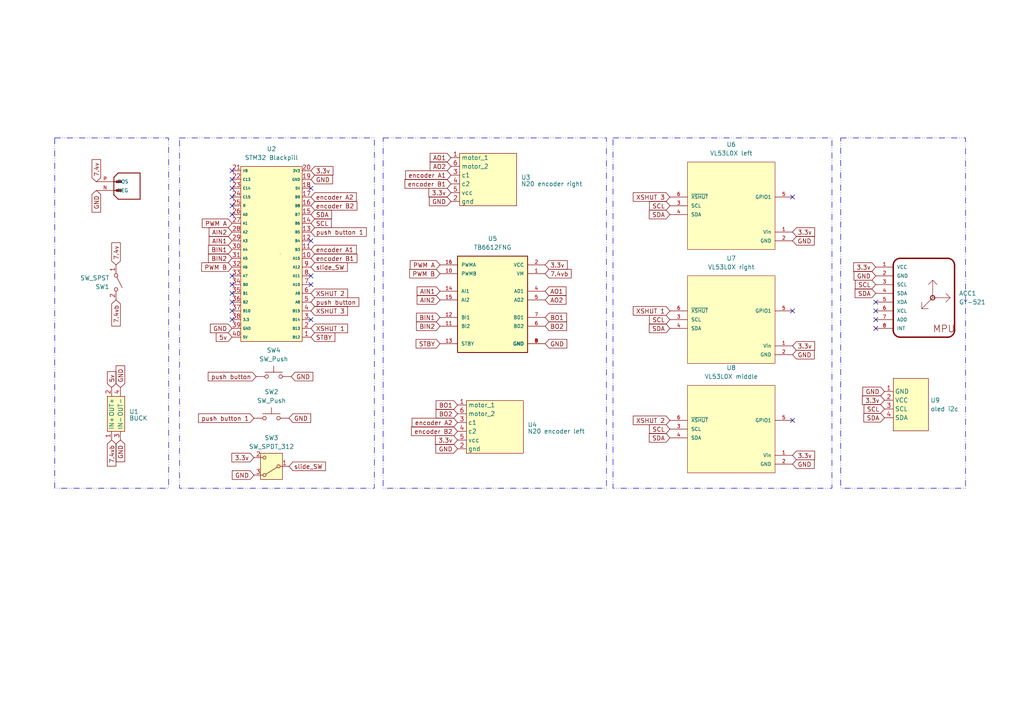
<source format=kicad_sch>
(kicad_sch (version 20231120) (generator "eeschema") (generator_version "8.0")
  (paper "A4")
  (lib_symbols
    (symbol "GY521:GY-521" (pin_names (offset 1.016))
      (property "Reference" "ACC" (at -9.652 11.938 0))
      (property "Value" "GY-521" (at 4.572 -11.938 0))
      (symbol "GY-521_0_0"
        (arc (start -11.43 -9.43) (mid -10.8442 -10.8442) (end -9.43 -11.43) (stroke (width 0.4064)))
        (arc (start -9.43 11.43) (mid -10.8442 10.8442) (end -11.43 9.43) (stroke (width 0.4064)))
        (polyline (pts (xy -11.43 -9.43) (xy -11.43 9.43)) (stroke (width 0.4064)))
        (polyline (pts (xy -9.43 11.43) (xy 4.35 11.43)) (stroke (width 0.4064)))
        (polyline (pts (xy -3.175 -3.175) (xy -3.175 -1.27)) (stroke (width 0.127)))
        (polyline (pts (xy -3.175 -3.175) (xy -1.27 -3.175)) (stroke (width 0.127)))
        (polyline (pts (xy 0 0) (xy -3.175 -3.175)) (stroke (width 0.127)))
        (polyline (pts (xy 0 0) (xy 0 5.08)) (stroke (width 0.127)))
        (polyline (pts (xy 0 0) (xy 5.08 0)) (stroke (width 0.127)))
        (polyline (pts (xy 0 5.08) (xy -1.27 3.81)) (stroke (width 0.127)))
        (polyline (pts (xy 1.27 3.81) (xy 0 5.08)) (stroke (width 0.127)))
        (polyline (pts (xy 3.81 1.27) (xy 5.08 0)) (stroke (width 0.127)))
        (polyline (pts (xy 4.35 -11.43) (xy -9.43 -11.43)) (stroke (width 0.4064)))
        (polyline (pts (xy 5.08 0) (xy 3.81 -1.27)) (stroke (width 0.127)))
        (polyline (pts (xy 6.35 9.43) (xy 6.35 -9.43)) (stroke (width 0.4064)))
        (circle (center 0 0) (radius 0.635) (stroke (width 0.254)))
        (arc (start 4.35 -11.43) (mid 5.7642 -10.8442) (end 6.35 -9.43) (stroke (width 0.4064)))
        (arc (start 6.35 9.43) (mid 5.7642 10.8442) (end 4.35 11.43) (stroke (width 0.4064)))
        (text "MPU" (at 0 -10.16 0) (effects (font (size 2 2)) (justify left bottom)))
      )
      (symbol "GY-521_1_0"
        (pin bidirectional line (at -16.51 8.89 0) (length 5.08) (name "VCC") (number "1"))
        (pin bidirectional line (at -16.51 6.35 0) (length 5.08) (name "GND") (number "2"))
        (pin bidirectional line (at -16.51 3.81 0) (length 5.08) (name "SCL") (number "3"))
        (pin bidirectional line (at -16.51 1.27 0) (length 5.08) (name "SDA") (number "4"))
        (pin bidirectional line (at -16.51 -1.27 0) (length 5.08) (name "XDA") (number "5"))
        (pin bidirectional line (at -16.51 -3.81 0) (length 5.08) (name "XCL") (number "6"))
        (pin bidirectional line (at -16.51 -6.35 0) (length 5.08) (name "AD0") (number "7"))
        (pin bidirectional line (at -16.51 -8.89 0) (length 5.08) (name "INT") (number "8"))
      )
    )
    (symbol "STM32 blackpill:STM32F411CEU6_"
      (property "Reference" "U" (at -3.81 26.924 0))
      (property "Value" "STM32 Blackpill" (at -3.556 23.876 0))
      (symbol "STM32F411CEU6__0_1"
        (rectangle (start -1.27 -3.81) (end -1.27 -3.81))
      )
      (symbol "STM32F411CEU6__1_1"
        (rectangle (start -12.7 21.59) (end 5.08 -29.21) (fill (type background)))
        (pin bidirectional line (at 7.62 -27.94 180) (length 2.54) (name "B12") (number "1"))
        (pin bidirectional line (at 7.62 -5.08 180) (length 2.54) (name "A15") (number "10"))
        (pin bidirectional line (at 7.62 -2.54 180) (length 2.54) (name "B3") (number "11"))
        (pin bidirectional line (at 7.62 0 180) (length 2.54) (name "B4") (number "12"))
        (pin bidirectional line (at 7.62 2.54 180) (length 2.54) (name "B5") (number "13"))
        (pin bidirectional line (at 7.62 5.08 180) (length 2.54) (name "B6") (number "14"))
        (pin bidirectional line (at 7.62 7.62 180) (length 2.54) (name "B7") (number "15"))
        (pin bidirectional line (at 7.62 10.16 180) (length 2.54) (name "B8") (number "16"))
        (pin bidirectional line (at 7.62 12.7 180) (length 2.54) (name "B9") (number "17"))
        (pin bidirectional line (at 7.62 15.24 180) (length 2.54) (name "5V") (number "18"))
        (pin bidirectional line (at 7.62 17.78 180) (length 2.54) (name "GND") (number "19"))
        (pin bidirectional line (at 7.62 -25.4 180) (length 2.54) (name "B13") (number "2"))
        (pin bidirectional line (at 7.62 20.32 180) (length 2.54) (name "3V3") (number "20"))
        (pin bidirectional line (at -15.24 20.32 0) (length 2.54) (name "VB") (number "21"))
        (pin bidirectional line (at -15.24 17.78 0) (length 2.54) (name "C13") (number "22"))
        (pin bidirectional line (at -15.24 15.24 0) (length 2.54) (name "C14") (number "23"))
        (pin bidirectional line (at -15.24 12.7 0) (length 2.54) (name "C15") (number "24"))
        (pin bidirectional line (at -15.24 10.16 0) (length 2.54) (name "R") (number "25"))
        (pin bidirectional line (at -15.24 7.62 0) (length 2.54) (name "A0") (number "26"))
        (pin bidirectional line (at -15.24 5.08 0) (length 2.54) (name "A1") (number "27"))
        (pin bidirectional line (at -15.24 2.54 0) (length 2.54) (name "A2") (number "28"))
        (pin bidirectional line (at -15.24 0 0) (length 2.54) (name "A3") (number "29"))
        (pin bidirectional line (at 7.62 -22.86 180) (length 2.54) (name "B14") (number "3"))
        (pin bidirectional line (at -15.24 -2.54 0) (length 2.54) (name "A4") (number "30"))
        (pin bidirectional line (at -15.24 -5.08 0) (length 2.54) (name "A5") (number "31"))
        (pin bidirectional line (at -15.24 -7.62 0) (length 2.54) (name "A6") (number "32"))
        (pin bidirectional line (at -15.24 -10.16 0) (length 2.54) (name "A7") (number "33"))
        (pin bidirectional line (at -15.24 -12.7 0) (length 2.54) (name "B0") (number "34"))
        (pin bidirectional line (at -15.24 -15.24 0) (length 2.54) (name "B1") (number "35"))
        (pin bidirectional line (at -15.24 -17.78 0) (length 2.54) (name "B2") (number "36"))
        (pin bidirectional line (at -15.24 -20.32 0) (length 2.54) (name "B10") (number "37"))
        (pin bidirectional line (at -15.24 -22.86 0) (length 2.54) (name "3.3") (number "38"))
        (pin bidirectional line (at -15.24 -25.4 0) (length 2.54) (name "GND") (number "39"))
        (pin bidirectional line (at 7.62 -20.32 180) (length 2.54) (name "B15") (number "4"))
        (pin bidirectional line (at -15.24 -27.94 0) (length 2.54) (name "5V") (number "40"))
        (pin bidirectional line (at 7.62 -17.78 180) (length 2.54) (name "A8") (number "5"))
        (pin bidirectional line (at 7.62 -15.24 180) (length 2.54) (name "A9") (number "6"))
        (pin bidirectional line (at 7.62 -12.7 180) (length 2.54) (name "A10") (number "7"))
        (pin bidirectional line (at 7.62 -10.16 180) (length 2.54) (name "A11") (number "8"))
        (pin bidirectional line (at 7.62 -7.62 180) (length 2.54) (name "A12") (number "9"))
      )
    )
    (symbol "Screen_oled:Oled"
      (property "Reference" "U" (at 0 7.112 0))
      (property "Value" "oled i2c" (at 10.414 -6.604 0))
      (symbol "Oled_1_1"
        (rectangle (start -7.62 5.08) (end 7.62 -5.08) (fill (type background)))
        (pin bidirectional line (at -3.81 -7.62 90) (length 2.54) (name "GND") (number "1"))
        (pin bidirectional line (at -1.27 -7.62 90) (length 2.54) (name "VCC") (number "2"))
        (pin bidirectional line (at 1.27 -7.62 90) (length 2.54) (name "SCL") (number "3"))
        (pin bidirectional line (at 3.81 -7.62 90) (length 2.54) (name "SDA") (number "4"))
      )
    )
    (symbol "Switch:SW_Push" (pin_numbers hide) (pin_names (offset 1.016) hide)
      (property "Reference" "SW" (at 1.27 2.54 0))
      (property "Value" "SW_Push" (at 0 -1.524 0))
      (symbol "SW_Push_0_1"
        (circle (center -2.032 0) (radius 0.508))
        (polyline (pts (xy 0 1.27) (xy 0 3.048)))
        (polyline (pts (xy 2.54 1.27) (xy -2.54 1.27)))
        (circle (center 2.032 0) (radius 0.508))
        (pin passive line (at -5.08 0 0) (length 2.54) (name "1") (number "1"))
        (pin passive line (at 5.08 0 180) (length 2.54) (name "2") (number "2"))
      )
    )
    (symbol "Switch:SW_SPDT_312" (pin_names (offset 1) hide)
      (property "Reference" "SW" (at 0 5.08 0))
      (property "Value" "SW_SPDT_312" (at 0 -5.08 0))
      (symbol "SW_SPDT_312_0_1"
        (circle (center -2.032 0) (radius 0.4572))
        (polyline (pts (xy -1.651 0.254) (xy 1.651 2.286)))
        (circle (center 2.032 -2.54) (radius 0.4572))
        (circle (center 2.032 2.54) (radius 0.4572))
      )
      (symbol "SW_SPDT_312_1_1"
        (rectangle (start -3.175 3.81) (end 3.175 -3.81) (fill (type background)))
        (pin passive line (at -5.08 0 0) (length 2.54) (name "B") (number "1"))
        (pin passive line (at 5.08 -2.54 180) (length 2.54) (name "C") (number "2"))
        (pin passive line (at 5.08 2.54 180) (length 2.54) (name "A") (number "3"))
      )
    )
    (symbol "Switch:SW_SPST" (pin_names (offset 0) hide)
      (property "Reference" "SW1" (at 1.2701 -1.905 90))
      (property "Value" "SW_SPST" (at -1.2699 -1.905 90))
      (symbol "SW_SPST_0_0"
        (circle (center -2.032 0) (radius 0.508))
        (polyline (pts (xy -1.524 0.254) (xy 1.524 1.778)))
        (circle (center 2.032 0) (radius 0.508))
      )
      (symbol "SW_SPST_1_1"
        (pin passive line (at -5.08 0 0) (length 2.54) (name "A") (number "1"))
        (pin passive line (at 5.08 0 180) (length 2.54) (name "B") (number "2"))
      )
    )
    (symbol "TB66:TB6612FNG" (pin_names (offset 1.016))
      (property "Reference" "U" (at -10.16 16.002 0))
      (property "Value" "TB6612FNG" (at -5.588 -16.002 0))
      (symbol "TB6612FNG_0_0"
        (rectangle (start -10.16 -12.7) (end 10.16 15.24) (stroke (width 0.254)) (fill (type background)))
        (pin input line (at -15.24 10.16 0) (length 5.08) (name "PWMB") (number "10"))
        (pin input line (at -15.24 -5.08 0) (length 5.08) (name "BI2") (number "11"))
        (pin input line (at -15.24 -2.54 0) (length 5.08) (name "BI1") (number "12"))
        (pin input line (at -15.24 -10.16 0) (length 5.08) (name "STBY") (number "13"))
        (pin input line (at -15.24 5.08 0) (length 5.08) (name "AI1") (number "14"))
        (pin input line (at -15.24 2.54 0) (length 5.08) (name "AI2") (number "15"))
        (pin input line (at -15.24 12.7 0) (length 5.08) (name "PWMA") (number "16"))
        (pin output line (at 15.24 5.08 180) (length 5.08) (name "A01") (number "4"))
        (pin output line (at 15.24 2.54 180) (length 5.08) (name "A02") (number "5"))
        (pin output line (at 15.24 -5.08 180) (length 5.08) (name "B02") (number "6"))
        (pin output line (at 15.24 -2.54 180) (length 5.08) (name "B01") (number "7"))
      )
      (symbol "TB6612FNG_1_0"
        (pin bidirectional line (at 15.24 10.16 180) (length 5.08) (name "VM") (number "1"))
        (pin bidirectional line (at 15.24 12.7 180) (length 5.08) (name "VCC") (number "2"))
        (pin bidirectional line (at 15.24 -10.16 180) (length 5.08) (name "GND") (number "3"))
        (pin bidirectional line (at 15.24 -10.16 180) (length 5.08) (name "GND") (number "8"))
        (pin bidirectional line (at 15.24 -10.16 180) (length 5.08) (name "GND") (number "9"))
      )
    )
    (symbol "VL53L0X:VL53L0X" (pin_names (offset 1.016))
      (property "Reference" "U" (at -12.7244 13.2334 0))
      (property "Value" "VL53L0X" (at -8.9105 7.5954 0))
      (symbol "VL53L0X_0_0"
        (rectangle (start -8.89 35.56) (end 16.51 10.16) (stroke (width 0.127)) (fill (type background)))
      )
      (symbol "VL53L0X_1_0"
        (pin bidirectional line (at 21.59 15.24 180) (length 5.08) (name "Vin") (number "1"))
        (pin bidirectional line (at 21.59 12.7 180) (length 5.08) (name "GND") (number "2"))
        (pin input line (at -13.97 22.86 0) (length 5.08) (name "SCL") (number "3"))
        (pin bidirectional line (at -13.97 20.32 0) (length 5.08) (name "SDA") (number "4"))
        (pin output line (at 21.59 25.4 180) (length 5.08) (name "GPIO1") (number "5"))
        (pin input line (at -13.97 25.4 0) (length 5.08) (name "~{XSHUT}") (number "6"))
      )
    )
    (symbol "XT60-M:XT60-M" (pin_names (offset 1.016))
      (property "Reference" "J" (at 0 6.35 0))
      (property "Value" "XT60-M" (at 0 -5.08 0))
      (symbol "XT60-M_0_0"
        (polyline (pts (xy 0 -1.27) (xy 1.27 -2.54)) (stroke (width 0.254)))
        (polyline (pts (xy 0 0) (xy 1.905 0)) (stroke (width 0.254)))
        (polyline (pts (xy 0 2.54) (xy 0 -1.27)) (stroke (width 0.254)))
        (polyline (pts (xy 0 2.54) (xy 1.905 2.54)) (stroke (width 0.254)))
        (polyline (pts (xy 0 3.81) (xy 0 2.54)) (stroke (width 0.254)))
        (polyline (pts (xy 0 3.81) (xy 1.27 5.08)) (stroke (width 0.254)))
        (polyline (pts (xy 1.27 -2.54) (xy 7.62 -2.54)) (stroke (width 0.254)))
        (polyline (pts (xy 7.62 -2.54) (xy 7.62 5.08)) (stroke (width 0.254)))
        (polyline (pts (xy 7.62 5.08) (xy 1.27 5.08)) (stroke (width 0.254)))
        (rectangle (start 0.635 -0.3175) (end 2.2225 0.3175) (stroke (width 0.1)) (fill (type outline)))
        (rectangle (start 0.635 2.2225) (end 2.2225 2.8575) (stroke (width 0.1)) (fill (type outline)))
        (pin passive line (at -5.08 0 0) (length 5.08) (name "NEG") (number "N"))
        (pin passive line (at -5.08 2.54 0) (length 5.08) (name "POS") (number "P"))
      )
    )
    (symbol "buck:buck"
      (property "Reference" "U" (at 2.54 2.032 0))
      (symbol "buck_0_1"
        (rectangle (start -2.54 1.27) (end -2.54 1.27))
      )
      (symbol "buck_1_1"
        (rectangle (start -2.54 1.27) (end 7.62 -3.81) (fill (type background)))
        (pin bidirectional line (at -5.08 0 0) (length 2.54) (name "IN+") (number "1"))
        (pin bidirectional line (at 10.16 0 180) (length 2.54) (name "OUT+") (number "2"))
        (pin bidirectional line (at -5.08 -2.54 0) (length 2.54) (name "IN-") (number "3"))
        (pin bidirectional line (at 10.16 -2.54 180) (length 2.54) (name "OUT-") (number "4"))
      )
    )
    (symbol "encoder motor:encoder_motor"
      (property "Reference" "U" (at 10.414 8.382 0))
      (symbol "encoder_motor_1_1"
        (rectangle (start -5.08 5.08) (end 11.43 -10.16) (fill (type background)))
        (pin bidirectional line (at -7.62 3.81 0) (length 2.54) (name "motor_1") (number "1"))
        (pin bidirectional line (at -7.62 -8.89 0) (length 2.54) (name "gnd") (number "2"))
        (pin bidirectional line (at -7.62 -1.27 0) (length 2.54) (name "c1") (number "3"))
        (pin bidirectional line (at -7.62 -3.81 0) (length 2.54) (name "c2") (number "4"))
        (pin bidirectional line (at -7.62 -6.35 0) (length 2.54) (name "vcc") (number "5"))
        (pin bidirectional line (at -7.62 1.27 0) (length 2.54) (name "motor_2") (number "6"))
      )
    )
  )
  (no_connect (at 67.31 90.17))
  (no_connect (at 90.17 92.71))
  (no_connect (at 67.31 85.09))
  (no_connect (at 67.31 49.53))
  (no_connect (at 67.31 54.61))
  (no_connect (at 229.87 90.17))
  (no_connect (at 90.17 82.55))
  (no_connect (at 67.31 57.15))
  (no_connect (at 67.31 82.55))
  (no_connect (at 67.31 87.63))
  (no_connect (at 90.17 69.85))
  (no_connect (at 254 87.63))
  (no_connect (at 67.31 80.01))
  (no_connect (at 67.31 52.07))
  (no_connect (at 254 95.25))
  (no_connect (at 229.87 121.92))
  (no_connect (at 229.87 57.15))
  (no_connect (at 67.31 92.71))
  (no_connect (at 67.31 59.69))
  (no_connect (at 254 92.71))
  (no_connect (at 90.17 54.61))
  (no_connect (at 67.31 62.23))
  (no_connect (at 90.17 80.01))
  (no_connect (at 254 90.17))
  (rectangle (start 243.84 40.005) (end 280.035 141.605) (stroke (width 0) (type dash_dot_dot)))
  (rectangle (start 52.07 40.005) (end 108.585 141.605) (stroke (width 0) (type dash_dot_dot)))
  (rectangle (start 177.8 40.005) (end 241.3 141.605) (stroke (width 0) (type dash_dot_dot)))
  (rectangle (start 111.125 40.005) (end 175.895 141.605) (stroke (width 0) (type dash_dot_dot)))
  (rectangle (start 15.875 40.005) (end 48.895 141.605) (stroke (width 0) (type dash_dot_dot)))
  (global_label "PWM A" (shape input) (at 67.31 64.77 180) (property "Intersheetrefs" "${INTERSHEET_REFS}" (effects (hide yes))))
  (global_label "encoder B1" (shape input) (at 130.81 53.34 180) (property "Intersheetrefs" "${INTERSHEET_REFS}" (effects (hide yes))))
  (global_label "push button" (shape input) (at 74.295 109.22 180) (property "Intersheetrefs" "${INTERSHEET_REFS}" (effects (hide yes))))
  (global_label "GND" (shape input) (at 67.31 95.25 180) (property "Intersheetrefs" "${INTERSHEET_REFS}" (effects (hide yes))))
  (global_label "GND" (shape input) (at 254 80.01 180) (property "Intersheetrefs" "${INTERSHEET_REFS}" (effects (hide yes))))
  (global_label "GND" (shape input) (at 34.925 112.395 90) (property "Intersheetrefs" "${INTERSHEET_REFS}" (effects (hide yes))))
  (global_label "3.3v" (shape input) (at 130.81 55.88 180) (property "Intersheetrefs" "${INTERSHEET_REFS}" (effects (hide yes))))
  (global_label "7.4vb" (shape input) (at 33.655 86.995 270) (property "Intersheetrefs" "${INTERSHEET_REFS}" (effects (hide yes))))
  (global_label "PWM B" (shape input) (at 67.31 77.47 180) (property "Intersheetrefs" "${INTERSHEET_REFS}" (effects (hide yes))))
  (global_label "XSHUT 3" (shape input) (at 194.31 57.15 180) (property "Intersheetrefs" "${INTERSHEET_REFS}" (effects (hide yes))))
  (global_label "SCL" (shape input) (at 194.31 59.69 180) (property "Intersheetrefs" "${INTERSHEET_REFS}" (effects (hide yes))))
  (global_label "GND" (shape input) (at 132.715 130.175 180) (property "Intersheetrefs" "${INTERSHEET_REFS}" (effects (hide yes))))
  (global_label "encoder B2" (shape input) (at 132.715 125.095 180) (property "Intersheetrefs" "${INTERSHEET_REFS}" (effects (hide yes))))
  (global_label "SDA" (shape input) (at 194.31 62.23 180) (property "Intersheetrefs" "${INTERSHEET_REFS}" (effects (hide yes))))
  (global_label "7.4vb" (shape input) (at 158.115 79.375 0) (property "Intersheetrefs" "${INTERSHEET_REFS}" (effects (hide yes))))
  (global_label "encoder A2" (shape input) (at 90.17 57.15 0) (property "Intersheetrefs" "${INTERSHEET_REFS}" (effects (hide yes))))
  (global_label "AIN1" (shape input) (at 127.635 84.455 180) (property "Intersheetrefs" "${INTERSHEET_REFS}" (effects (hide yes))))
  (global_label "3.3v" (shape input) (at 158.115 76.835 0) (property "Intersheetrefs" "${INTERSHEET_REFS}" (effects (hide yes))))
  (global_label "XSHUT 1" (shape input) (at 90.17 95.25 0) (property "Intersheetrefs" "${INTERSHEET_REFS}" (effects (hide yes))))
  (global_label "XSHUT 3" (shape input) (at 90.17 90.17 0) (property "Intersheetrefs" "${INTERSHEET_REFS}" (effects (hide yes))))
  (global_label "3.3v" (shape input) (at 132.715 127.635 180) (property "Intersheetrefs" "${INTERSHEET_REFS}" (effects (hide yes))))
  (global_label "BO2" (shape input) (at 158.115 94.615 0) (property "Intersheetrefs" "${INTERSHEET_REFS}" (effects (hide yes))))
  (global_label "3.3v" (shape input) (at 90.17 49.53 0) (property "Intersheetrefs" "${INTERSHEET_REFS}" (effects (hide yes))))
  (global_label "push button 1" (shape input) (at 73.66 121.285 180) (property "Intersheetrefs" "${INTERSHEET_REFS}" (effects (hide yes))))
  (global_label "AIN2" (shape input) (at 127.635 86.995 180) (property "Intersheetrefs" "${INTERSHEET_REFS}" (effects (hide yes))))
  (global_label "encoder A1" (shape input) (at 90.17 72.39 0) (property "Intersheetrefs" "${INTERSHEET_REFS}" (effects (hide yes))))
  (global_label "BIN2" (shape input) (at 127.635 94.615 180) (property "Intersheetrefs" "${INTERSHEET_REFS}" (effects (hide yes))))
  (global_label "AO1" (shape input) (at 130.81 45.72 180) (property "Intersheetrefs" "${INTERSHEET_REFS}" (effects (hide yes))))
  (global_label "3.3v" (shape input) (at 229.87 67.31 0) (property "Intersheetrefs" "${INTERSHEET_REFS}" (effects (hide yes))))
  (global_label "BIN2" (shape input) (at 67.31 74.93 180) (property "Intersheetrefs" "${INTERSHEET_REFS}" (effects (hide yes))))
  (global_label "encoder A1" (shape input) (at 130.81 50.8 180) (property "Intersheetrefs" "${INTERSHEET_REFS}" (effects (hide yes))))
  (global_label "encoder B2" (shape input) (at 90.17 59.69 0) (property "Intersheetrefs" "${INTERSHEET_REFS}" (effects (hide yes))))
  (global_label "encoder B1" (shape input) (at 90.17 74.93 0) (property "Intersheetrefs" "${INTERSHEET_REFS}" (effects (hide yes))))
  (global_label "SDA" (shape input) (at 194.31 127 180) (property "Intersheetrefs" "${INTERSHEET_REFS}" (effects (hide yes))))
  (global_label "BIN1" (shape input) (at 67.31 72.39 180) (property "Intersheetrefs" "${INTERSHEET_REFS}" (effects (hide yes))))
  (global_label "AO1" (shape input) (at 158.115 84.455 0) (property "Intersheetrefs" "${INTERSHEET_REFS}" (effects (hide yes))))
  (global_label "3.3v" (shape input) (at 73.66 132.715 180) (property "Intersheetrefs" "${INTERSHEET_REFS}" (effects (hide yes))))
  (global_label "5v" (shape input) (at 32.385 112.395 90) (property "Intersheetrefs" "${INTERSHEET_REFS}" (effects (hide yes))))
  (global_label "PWM B" (shape input) (at 127.635 79.375 180) (property "Intersheetrefs" "${INTERSHEET_REFS}" (effects (hide yes))))
  (global_label "BO1" (shape input) (at 158.115 92.075 0) (property "Intersheetrefs" "${INTERSHEET_REFS}" (effects (hide yes))))
  (global_label "7.4v" (shape input) (at 33.655 76.835 90) (property "Intersheetrefs" "${INTERSHEET_REFS}" (effects (hide yes))))
  (global_label "GND" (shape input) (at 90.17 52.07 0) (property "Intersheetrefs" "${INTERSHEET_REFS}" (effects (hide yes))))
  (global_label "GND" (shape input) (at 27.94 55.245 270) (property "Intersheetrefs" "${INTERSHEET_REFS}" (effects (hide yes))))
  (global_label "SCL" (shape input) (at 194.31 92.71 180) (property "Intersheetrefs" "${INTERSHEET_REFS}" (effects (hide yes))))
  (global_label "3.3v" (shape input) (at 254 77.47 180) (property "Intersheetrefs" "${INTERSHEET_REFS}" (effects (hide yes))))
  (global_label "5v" (shape input) (at 67.31 97.79 180) (property "Intersheetrefs" "${INTERSHEET_REFS}" (effects (hide yes))))
  (global_label "GND" (shape input) (at 83.82 121.285 0) (property "Intersheetrefs" "${INTERSHEET_REFS}" (effects (hide yes))))
  (global_label "BIN1" (shape input) (at 127.635 92.075 180) (property "Intersheetrefs" "${INTERSHEET_REFS}" (effects (hide yes))))
  (global_label "STBY" (shape input) (at 90.17 97.79 0) (property "Intersheetrefs" "${INTERSHEET_REFS}" (effects (hide yes))))
  (global_label "AO2" (shape input) (at 158.115 86.995 0) (property "Intersheetrefs" "${INTERSHEET_REFS}" (effects (hide yes))))
  (global_label "AIN2" (shape input) (at 67.31 67.31 180) (property "Intersheetrefs" "${INTERSHEET_REFS}" (effects (hide yes))))
  (global_label "SDA" (shape input) (at 90.17 62.23 0) (property "Intersheetrefs" "${INTERSHEET_REFS}" (effects (hide yes))))
  (global_label "XSHUT 1" (shape input) (at 194.31 90.17 180) (property "Intersheetrefs" "${INTERSHEET_REFS}" (effects (hide yes))))
  (global_label "AO2" (shape input) (at 130.81 48.26 180) (property "Intersheetrefs" "${INTERSHEET_REFS}" (effects (hide yes))))
  (global_label "push button" (shape input) (at 90.17 87.63 0) (property "Intersheetrefs" "${INTERSHEET_REFS}" (effects (hide yes))))
  (global_label "SDA" (shape input) (at 256.54 121.158 180) (property "Intersheetrefs" "${INTERSHEET_REFS}" (effects (hide yes))))
  (global_label "GND" (shape input) (at 84.455 109.22 0) (property "Intersheetrefs" "${INTERSHEET_REFS}" (effects (hide yes))))
  (global_label "GND" (shape input) (at 229.87 134.62 0) (property "Intersheetrefs" "${INTERSHEET_REFS}" (effects (hide yes))))
  (global_label "STBY" (shape input) (at 127.635 99.695 180) (property "Intersheetrefs" "${INTERSHEET_REFS}" (effects (hide yes))))
  (global_label "XSHUT 2" (shape input) (at 194.31 121.92 180) (property "Intersheetrefs" "${INTERSHEET_REFS}" (effects (hide yes))))
  (global_label "AIN1" (shape input) (at 67.31 69.85 180) (property "Intersheetrefs" "${INTERSHEET_REFS}" (effects (hide yes))))
  (global_label "7.4vb" (shape input) (at 32.385 127.635 270) (property "Intersheetrefs" "${INTERSHEET_REFS}" (effects (hide yes))))
  (global_label "SDA" (shape input) (at 194.31 95.25 180) (property "Intersheetrefs" "${INTERSHEET_REFS}" (effects (hide yes))))
  (global_label "7.4v" (shape input) (at 27.94 52.705 90) (property "Intersheetrefs" "${INTERSHEET_REFS}" (effects (hide yes))))
  (global_label "SCL" (shape input) (at 194.31 124.46 180) (property "Intersheetrefs" "${INTERSHEET_REFS}" (effects (hide yes))))
  (global_label "slide_SW" (shape input) (at 90.17 77.47 0) (property "Intersheetrefs" "${INTERSHEET_REFS}" (effects (hide yes))))
  (global_label "PWM A" (shape input) (at 127.635 76.835 180) (property "Intersheetrefs" "${INTERSHEET_REFS}" (effects (hide yes))))
  (global_label "SCL" (shape input) (at 256.54 118.618 180) (property "Intersheetrefs" "${INTERSHEET_REFS}" (effects (hide yes))))
  (global_label "push button 1" (shape input) (at 90.17 67.31 0) (property "Intersheetrefs" "${INTERSHEET_REFS}" (effects (hide yes))))
  (global_label "XSHUT 2" (shape input) (at 90.17 85.09 0) (property "Intersheetrefs" "${INTERSHEET_REFS}" (effects (hide yes))))
  (global_label "encoder A2" (shape input) (at 132.715 122.555 180) (property "Intersheetrefs" "${INTERSHEET_REFS}" (effects (hide yes))))
  (global_label "slide_SW" (shape input) (at 83.82 135.255 0) (property "Intersheetrefs" "${INTERSHEET_REFS}" (effects (hide yes))))
  (global_label "SDA" (shape input) (at 254 85.09 180) (property "Intersheetrefs" "${INTERSHEET_REFS}" (effects (hide yes))))
  (global_label "GND" (shape input) (at 229.87 69.85 0) (property "Intersheetrefs" "${INTERSHEET_REFS}" (effects (hide yes))))
  (global_label "GND" (shape input) (at 34.925 127.635 270) (property "Intersheetrefs" "${INTERSHEET_REFS}" (effects (hide yes))))
  (global_label "3.3v" (shape input) (at 229.87 132.08 0) (property "Intersheetrefs" "${INTERSHEET_REFS}" (effects (hide yes))))
  (global_label "BO2" (shape input) (at 132.715 120.015 180) (property "Intersheetrefs" "${INTERSHEET_REFS}" (effects (hide yes))))
  (global_label "3.3v" (shape input) (at 256.54 116.078 180) (property "Intersheetrefs" "${INTERSHEET_REFS}" (effects (hide yes))))
  (global_label "GND" (shape input) (at 256.54 113.538 180) (property "Intersheetrefs" "${INTERSHEET_REFS}" (effects (hide yes))))
  (global_label "SCL" (shape input) (at 254 82.55 180) (property "Intersheetrefs" "${INTERSHEET_REFS}" (effects (hide yes))))
  (global_label "GND" (shape input) (at 130.81 58.42 180) (property "Intersheetrefs" "${INTERSHEET_REFS}" (effects (hide yes))))
  (global_label "3.3v" (shape input) (at 229.87 100.33 0) (property "Intersheetrefs" "${INTERSHEET_REFS}" (effects (hide yes))))
  (global_label "GND" (shape input) (at 73.66 137.795 180) (property "Intersheetrefs" "${INTERSHEET_REFS}" (effects (hide yes))))
  (global_label "SCL" (shape input) (at 90.17 64.77 0) (property "Intersheetrefs" "${INTERSHEET_REFS}" (effects (hide yes))))
  (global_label "GND" (shape input) (at 158.115 99.695 0) (property "Intersheetrefs" "${INTERSHEET_REFS}" (effects (hide yes))))
  (global_label "BO1" (shape input) (at 132.715 117.475 180) (property "Intersheetrefs" "${INTERSHEET_REFS}" (effects (hide yes))))
  (global_label "GND" (shape input) (at 229.87 102.87 0) (property "Intersheetrefs" "${INTERSHEET_REFS}" (effects (hide yes))))
  (symbol (lib_id "XT60-M:XT60-M") (at 33.02 55.245 0) (unit 1)
    (property "Reference" "J1" (effects (hide yes)))
    (property "Value" "XT60-M" (effects (hide yes)))
    (property "Footprint" "XT60:AMASS_XT60-M" (effects (hide yes)))
    (property "MF" "AMASS" (effects (hide yes)))
    (property "MAXIMUM_PACKAGE_HEIGHT" "16.00 mm" (effects (hide yes)))
    (property "Package" "Package" (effects (hide yes)))
    (property "Price" "None" (effects (hide yes)))
    (property "Check_prices" "https://www.snapeda.com/parts/XT60-M/AMASS/view-part/?ref=eda" (effects (hide yes)))
    (property "STANDARD" "IPC 7351B" (effects (hide yes)))
    (property "PARTREV" "V1.2" (effects (hide yes)))
    (property "SnapEDA_Link" "https://www.snapeda.com/parts/XT60-M/AMASS/view-part/?ref=snap" (effects (hide yes)))
    (property "MP" "XT60-M" (effects (hide yes)))
    (property "Description_1" "\n                        \n                            Plug; DC supply; XT60; male; PIN: 2; for cable; soldered; 30A; 500V\n                        \n" (effects (hide yes)))
    (property "Availability" "Not in stock" (effects (hide yes)))
    (property "MANUFACTURER" "AMASS" (effects (hide yes)))
  )
  (symbol (lib_id "Switch:SW_Push") (at 78.74 121.285 0) (unit 1)
    (property "Reference" "SW2" (at 78.74 113.665 0))
    (property "Value" "SW_Push" (at 78.74 116.205 0))
    (property "Footprint" "push button 1:SW_VS-1213-67-160GF" (effects (hide yes)))
    (property "Description" "Push button switch, generic, two pins" (effects (hide yes)))
  )
  (symbol (lib_id "TB66:TB6612FNG") (at 142.875 89.535 0) (unit 1)
    (property "Reference" "U5" (at 142.875 69.215 0))
    (property "Value" "TB6612FNG" (at 142.875 71.755 0))
    (property "Footprint" "TB6612FNG:TB6612FNG" (effects (hide yes)))
    (property "MF" "SparkFun Electronics" (effects (hide yes)))
    (property "Description_1" "\n                        \n                            TB6612FNG - Motor Controller/Driver Power Management Evaluation Board\n                        \n" (effects (hide yes)))
    (property "Package" "None" (effects (hide yes)))
    (property "Price" "None" (effects (hide yes)))
    (property "Check_prices" "https://www.snapeda.com/parts/ROB-14450/SparkFun/view-part/?ref=eda" (effects (hide yes)))
    (property "STANDARD" "Manufacturer Recommendation" (effects (hide yes)))
    (property "PARTREV" "11-13-17" (effects (hide yes)))
    (property "SnapEDA_Link" "https://www.snapeda.com/parts/ROB-14450/SparkFun/view-part/?ref=snap" (effects (hide yes)))
    (property "MP" "ROB-14450" (effects (hide yes)))
    (property "Availability" "In Stock" (effects (hide yes)))
    (property "MANUFACTURER" "Sparkfun Electronics" (effects (hide yes)))
  )
  (symbol (lib_id "Switch:SW_SPDT_312") (at 78.74 135.255 180) (unit 1)
    (property "Reference" "SW3" (at 78.74 127 0))
    (property "Value" "SW_SPDT_312" (at 78.74 129.54 0))
    (property "Footprint" "slide switch:SLIDE SW" (effects (hide yes)))
    (property "Description" "Switch, single pole double throw" (effects (hide yes)))
  )
  (symbol (lib_id "GY521:GY-521") (at 270.51 86.36 0) (unit 1)
    (property "Reference" "ACC1" (at 278.13 85.0899 0) (effects (justify left)))
    (property "Value" "GY-521" (at 278.13 87.6299 0) (effects (justify left)))
    (property "Footprint" "GY-521:GY-521_SMD" (effects (hide yes)))
    (property "MF" "GODREAM FORDREAM CO., LIMITED" (effects (hide yes)))
    (property "Description_1" "\n                        \n                            Triple Axis Accelerometer Gyro Breakout\n                        \n" (effects (hide yes)))
    (property "Package" "Package" (effects (hide yes)))
    (property "Price" "None" (effects (hide yes)))
    (property "SnapEDA_Link" "https://www.snapeda.com/parts/GY-521/GODREAM+FORDREAM+CO.%252C+LIMITED/view-part/?ref=snap" (effects (hide yes)))
    (property "MP" "GY-521" (effects (hide yes)))
    (property "Availability" "Not in stock" (effects (hide yes)))
    (property "Check_prices" "https://www.snapeda.com/parts/GY-521/GODREAM+FORDREAM+CO.%252C+LIMITED/view-part/?ref=eda" (effects (hide yes)))
  )
  (symbol (lib_id "Switch:SW_Push") (at 79.375 109.22 0) (unit 1)
    (property "Reference" "SW4" (at 79.375 101.6 0))
    (property "Value" "SW_Push" (at 79.375 104.14 0))
    (property "Footprint" "push button 1:SW_VS-1213-67-160GF" (effects (hide yes)))
    (property "Description" "Push button switch, generic, two pins" (effects (hide yes)))
  )
  (symbol (lib_id "VL53L0X:VL53L0X") (at 208.28 147.32 0) (unit 1)
    (property "Reference" "U8" (at 212.09 106.68 0))
    (property "Value" "VL53L0X middle" (at 212.09 109.22 0))
    (property "Footprint" "VL53L0X:VL53L0X" (effects (hide yes)))
    (property "MF" "STMicroelectronics" (effects (hide yes)))
    (property "Description_1" "\n                        \n                            STM32F401RE, VL53L0X, mbed-Enabled Development series Light, 3D Time-of-Flight (ToF) Sensor Evaluation Board\n                        \n" (effects (hide yes)))
    (property "Package" "None" (effects (hide yes)))
    (property "Price" "None" (effects (hide yes)))
    (property "Check_prices" "https://www.snapeda.com/parts/VL53L0X/STMicroelectronics/view-part/?ref=eda" (effects (hide yes)))
    (property "PART_REV" "1.0" (effects (hide yes)))
    (property "STANDARD" "Manufacturer Recommendation" (effects (hide yes)))
    (property "SnapEDA_Link" "https://www.snapeda.com/parts/VL53L0X/STMicroelectronics/view-part/?ref=snap" (effects (hide yes)))
    (property "MP" "VL53L0X" (effects (hide yes)))
    (property "Availability" "Not in stock" (effects (hide yes)))
    (property "MANUFACTURER" "ST Microelectronics" (effects (hide yes)))
  )
  (symbol (lib_id "encoder motor:encoder_motor") (at 138.43 49.53 0) (unit 1)
    (property "Reference" "U3" (at 151.13 51.4349 0) (effects (justify left)))
    (property "Value" "N20 encoder right" (at 151.13 53.34 0) (effects (justify left)))
    (property "Footprint" "Connector_PinHeader_2.54mm:PinHeader_1x06_P2.54mm_Vertical" (effects (hide yes)))
  )
  (symbol (lib_id "STM32 blackpill:STM32F411CEU6_") (at 82.55 69.85 0) (unit 1)
    (property "Reference" "U2" (at 78.74 43.18 0))
    (property "Value" "STM32 Blackpill" (at 78.74 45.72 0))
    (property "Footprint" "STM32:STM32" (effects (hide yes)))
  )
  (symbol (lib_id "encoder motor:encoder_motor") (at 140.335 121.285 0) (unit 1)
    (property "Reference" "U4" (at 153.035 123.1899 0) (effects (justify left)))
    (property "Value" "N20 encoder left" (at 153.035 125.095 0) (effects (justify left)))
    (property "Footprint" "Connector_PinHeader_2.54mm:PinHeader_1x06_P2.54mm_Vertical" (effects (hide yes)))
  )
  (symbol (lib_id "buck:buck") (at 32.385 122.555 90) (unit 1)
    (property "Reference" "U1" (at 37.465 119.3799 90) (effects (justify right)))
    (property "Value" "BUCK" (at 37.465 121.285 90) (effects (justify right)))
    (property "Footprint" "buck:buck" (effects (hide yes)))
  )
  (symbol (lib_id "Screen_oled:Oled") (at 264.16 117.348 270) (unit 1)
    (property "Reference" "U9" (at 269.875 116.0779 90) (effects (justify left)))
    (property "Value" "oled i2c" (at 269.875 118.6179 90) (effects (justify left)))
    (property "Footprint" "oled:oled" (effects (hide yes)))
  )
  (symbol (lib_id "VL53L0X:VL53L0X") (at 208.28 115.57 0) (unit 1)
    (property "Reference" "U7" (at 212.09 74.93 0))
    (property "Value" "VL53L0X right" (at 212.09 77.47 0))
    (property "Footprint" "VL53L0X:VL53L0X" (effects (hide yes)))
    (property "MF" "STMicroelectronics" (effects (hide yes)))
    (property "Description_1" "\n                        \n                            STM32F401RE, VL53L0X, mbed-Enabled Development series Light, 3D Time-of-Flight (ToF) Sensor Evaluation Board\n                        \n" (effects (hide yes)))
    (property "Package" "None" (effects (hide yes)))
    (property "Price" "None" (effects (hide yes)))
    (property "Check_prices" "https://www.snapeda.com/parts/VL53L0X/STMicroelectronics/view-part/?ref=eda" (effects (hide yes)))
    (property "PART_REV" "1.0" (effects (hide yes)))
    (property "STANDARD" "Manufacturer Recommendation" (effects (hide yes)))
    (property "SnapEDA_Link" "https://www.snapeda.com/parts/VL53L0X/STMicroelectronics/view-part/?ref=snap" (effects (hide yes)))
    (property "MP" "VL53L0X" (effects (hide yes)))
    (property "Availability" "Not in stock" (effects (hide yes)))
    (property "MANUFACTURER" "ST Microelectronics" (effects (hide yes)))
  )
  (symbol (lib_id "VL53L0X:VL53L0X") (at 208.28 82.55 0) (unit 1)
    (property "Reference" "U6" (at 212.09 41.91 0))
    (property "Value" "VL53L0X left" (at 212.09 44.45 0))
    (property "Footprint" "VL53L0X:VL53L0X" (effects (hide yes)))
    (property "MF" "STMicroelectronics" (effects (hide yes)))
    (property "Description_1" "\n                        \n                            STM32F401RE, VL53L0X, mbed-Enabled Development series Light, 3D Time-of-Flight (ToF) Sensor Evaluation Board\n                        \n" (effects (hide yes)))
    (property "Package" "None" (effects (hide yes)))
    (property "Price" "None" (effects (hide yes)))
    (property "Check_prices" "https://www.snapeda.com/parts/VL53L0X/STMicroelectronics/view-part/?ref=eda" (effects (hide yes)))
    (property "PART_REV" "1.0" (effects (hide yes)))
    (property "STANDARD" "Manufacturer Recommendation" (effects (hide yes)))
    (property "SnapEDA_Link" "https://www.snapeda.com/parts/VL53L0X/STMicroelectronics/view-part/?ref=snap" (effects (hide yes)))
    (property "MP" "VL53L0X" (effects (hide yes)))
    (property "Availability" "Not in stock" (effects (hide yes)))
    (property "MANUFACTURER" "ST Microelectronics" (effects (hide yes)))
  )
  (symbol (lib_id "Switch:SW_SPST") (at 33.655 81.915 270) (unit 1)
    (property "Reference" "SW1" (at 31.75 83.1851 90) (effects (justify right)))
    (property "Value" "SW_SPST" (at 31.75 80.6451 90) (effects (justify right)))
    (property "Footprint" "power switch:battery_sw" (effects (hide yes)))
    (property "Description" "Single Pole Single Throw (SPST) switch" (effects (hide yes)))
  )
)
</source>
